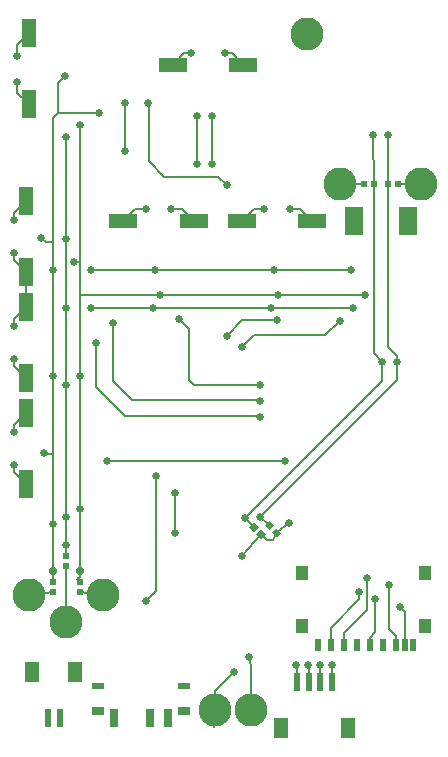
<source format=gbl>
G75*
G70*
%OFA0B0*%
%FSLAX24Y24*%
%IPPOS*%
%LPD*%
%AMOC8*
5,1,8,0,0,1.08239X$1,22.5*
%
%ADD10R,0.0512X0.0945*%
%ADD11R,0.0276X0.0591*%
%ADD12R,0.0394X0.0236*%
%ADD13R,0.0394X0.0315*%
%ADD14R,0.0591X0.0945*%
%ADD15R,0.0236X0.0217*%
%ADD16C,0.1100*%
%ADD17R,0.0945X0.0512*%
%ADD18R,0.0197X0.0394*%
%ADD19R,0.0413X0.0472*%
%ADD20R,0.0217X0.0236*%
%ADD21R,0.0236X0.0591*%
%ADD22R,0.0472X0.0709*%
%ADD23C,0.0060*%
%ADD24C,0.0250*%
%ADD25C,0.0280*%
D10*
X002662Y015348D03*
X002662Y017710D03*
X002662Y018888D03*
X002662Y021250D03*
X002662Y022428D03*
X002662Y024790D03*
X002762Y028013D03*
X002762Y030375D03*
D11*
X005606Y007540D03*
X006787Y007540D03*
X007378Y007540D03*
D12*
X007929Y008622D03*
X005055Y008622D03*
D13*
X005055Y007796D03*
X007929Y007796D03*
D14*
X013587Y024109D03*
X015398Y024109D03*
D15*
X015070Y025359D03*
X014735Y025359D03*
X014243Y025359D03*
X013908Y025359D03*
G36*
X010781Y013818D02*
X010615Y013984D01*
X010767Y014136D01*
X010933Y013970D01*
X010781Y013818D01*
G37*
G36*
X011018Y013581D02*
X010852Y013747D01*
X011004Y013899D01*
X011170Y013733D01*
X011018Y013581D01*
G37*
G36*
X010498Y013531D02*
X010332Y013697D01*
X010484Y013849D01*
X010650Y013683D01*
X010498Y013531D01*
G37*
G36*
X010261Y013768D02*
X010095Y013934D01*
X010247Y014086D01*
X010413Y013920D01*
X010261Y013768D01*
G37*
D16*
X005222Y011664D03*
X003992Y010759D03*
X002762Y011664D03*
X008941Y007809D03*
X010171Y007809D03*
X013134Y025359D03*
X015834Y025359D03*
X012032Y030349D03*
D17*
X009903Y029319D03*
X007541Y029319D03*
X008253Y024109D03*
X009841Y024109D03*
X012203Y024109D03*
X005891Y024109D03*
D18*
X012386Y009987D03*
X012820Y009987D03*
X013253Y009987D03*
X013686Y009987D03*
X014119Y009987D03*
X014552Y009987D03*
X014985Y009987D03*
X015284Y009987D03*
X015560Y009987D03*
D19*
X015959Y010620D03*
X015959Y012372D03*
X011845Y012372D03*
X011845Y010620D03*
D20*
X004442Y011751D03*
X004442Y012086D03*
X003992Y012621D03*
X003992Y012956D03*
X003542Y012086D03*
X003542Y011751D03*
D21*
X003385Y007553D03*
X003779Y007553D03*
X011682Y008744D03*
X012075Y008744D03*
X012469Y008744D03*
X012863Y008744D03*
D22*
X013375Y007209D03*
X011170Y007209D03*
X004291Y009089D03*
X002874Y009089D03*
D23*
X003992Y010759D02*
X003992Y012621D01*
X003992Y012956D02*
X003992Y013309D01*
X003992Y014269D01*
X003992Y018659D01*
X003992Y021229D01*
X003992Y023509D01*
X003992Y026919D01*
X004442Y027329D02*
X004442Y022719D01*
X004392Y022769D01*
X004272Y022769D01*
X004442Y022719D02*
X004442Y021669D01*
X007112Y021669D01*
X011072Y021669D01*
X013962Y021669D01*
X013552Y021229D02*
X010832Y021229D01*
X006882Y021229D01*
X004812Y021229D01*
X004442Y021669D02*
X004442Y018939D01*
X004442Y014529D01*
X004442Y012439D01*
X004442Y012265D01*
X004366Y012189D01*
X004428Y012189D01*
X004442Y012086D01*
X004442Y011751D02*
X005222Y011663D01*
X005222Y011664D01*
X006672Y011459D02*
X007002Y011789D01*
X007002Y015609D01*
X007612Y015039D02*
X007612Y013719D01*
X009872Y012949D02*
X009874Y012949D01*
X010491Y013690D01*
X010692Y013489D01*
X010884Y013489D01*
X011011Y013740D01*
X011432Y014037D01*
X011432Y014039D01*
X010774Y013977D02*
X010472Y014269D01*
X015025Y018829D01*
X015025Y019433D01*
X015025Y019616D01*
X014735Y019906D01*
X014735Y025359D01*
X014725Y026979D01*
X014233Y026979D02*
X014243Y025359D01*
X014243Y019722D01*
X014532Y019433D01*
X014532Y018779D01*
X009970Y014216D01*
X009970Y014216D01*
X010254Y013927D01*
X011302Y016135D02*
X005372Y016135D01*
X005952Y017609D02*
X004982Y018579D01*
X004982Y020069D01*
X005562Y020709D02*
X005562Y018779D01*
X006202Y018139D01*
X010432Y018139D01*
X010462Y018109D01*
X010442Y017609D02*
X005952Y017609D01*
X008092Y018809D02*
X008092Y020529D01*
X007762Y020859D01*
X006972Y022493D02*
X010922Y022493D01*
X013482Y022493D01*
X013112Y020789D02*
X012632Y020309D01*
X010242Y020309D01*
X009842Y019909D01*
X009342Y020299D02*
X009852Y020809D01*
X011032Y020809D01*
X010462Y018639D02*
X008262Y018639D01*
X008092Y018809D01*
X010442Y017609D02*
X010462Y017579D01*
X006972Y022493D02*
X004812Y022493D01*
X003992Y022169D02*
X003992Y021229D01*
X003542Y022493D02*
X003542Y023409D01*
X003332Y023409D01*
X003172Y023569D01*
X003542Y023409D02*
X003542Y027549D01*
X003722Y027733D01*
X005107Y027733D01*
X005962Y028059D02*
X005962Y026469D01*
X006762Y026109D02*
X007272Y025599D01*
X009052Y025599D01*
X009342Y025309D01*
X008842Y026009D02*
X008842Y027635D01*
X008342Y027635D02*
X008342Y026009D01*
X007853Y024509D02*
X007492Y024509D01*
X007853Y024509D02*
X008253Y024109D01*
X009841Y024109D02*
X010241Y024509D01*
X010602Y024509D01*
X011442Y024509D02*
X011803Y024509D01*
X012203Y024109D01*
X013134Y025359D02*
X013908Y025359D01*
X015070Y025359D02*
X015834Y025359D01*
X009903Y029319D02*
X009513Y029709D01*
X009282Y029709D01*
X008172Y029709D02*
X007931Y029709D01*
X007541Y029319D01*
X006732Y028059D02*
X006762Y028029D01*
X006762Y026109D01*
X006652Y024509D02*
X006291Y024509D01*
X005891Y024109D01*
X003542Y022493D02*
X003542Y018939D01*
X003542Y016339D01*
X003302Y016339D01*
X003252Y016389D01*
X003542Y016339D02*
X003542Y014019D01*
X003542Y012439D01*
X003542Y012086D01*
X003542Y011751D02*
X002762Y011664D01*
X002662Y015348D02*
X002272Y015738D01*
X002272Y015979D01*
X002272Y017079D02*
X002272Y017320D01*
X002662Y017710D01*
X002662Y018888D02*
X002272Y019278D01*
X002272Y019519D01*
X002272Y020619D02*
X002272Y020860D01*
X002662Y021250D01*
X002662Y022428D01*
X002272Y022818D01*
X002272Y023059D01*
X002272Y024159D02*
X002272Y024400D01*
X002662Y024790D01*
X003722Y027733D02*
X003722Y028709D01*
X003962Y028949D01*
X002762Y028013D02*
X002372Y028403D01*
X002372Y028759D01*
X002372Y029619D02*
X002372Y029985D01*
X002762Y030375D01*
X014012Y012211D02*
X014012Y011159D01*
X013253Y010399D01*
X013253Y009987D01*
X012820Y009987D02*
X012820Y010566D01*
X013772Y011519D01*
X013772Y011739D01*
X014292Y011506D02*
X014292Y010409D01*
X014119Y010235D01*
X014119Y009987D01*
X014752Y010529D02*
X014752Y011963D01*
X014762Y011973D01*
X015112Y011268D02*
X015284Y011096D01*
X015284Y009987D01*
X014985Y009987D02*
X014985Y010296D01*
X014752Y010529D01*
X012863Y009299D02*
X012863Y008744D01*
X012469Y008744D02*
X012469Y009305D01*
X012472Y009309D01*
X012075Y009305D02*
X012072Y009309D01*
X012075Y009305D02*
X012075Y008744D01*
X011682Y008744D02*
X011682Y009299D01*
X011672Y009309D01*
X010171Y009289D02*
X010171Y007809D01*
X008941Y007809D02*
X008922Y007268D01*
X008941Y007809D02*
X008941Y008448D01*
X009592Y009099D01*
X010171Y009289D02*
X010082Y009599D01*
D24*
X010082Y009599D03*
X009592Y009099D03*
X011672Y009309D03*
X012072Y009309D03*
X012472Y009309D03*
X012872Y009309D03*
X014292Y011506D03*
X013772Y011739D03*
X014012Y012211D03*
X014762Y011973D03*
X015112Y011268D03*
X011432Y014039D03*
X010472Y014269D03*
X009970Y014216D03*
X009872Y012949D03*
X007612Y013719D03*
X007612Y015039D03*
X007002Y015609D03*
X005372Y016135D03*
X004442Y014529D03*
X003992Y014269D03*
X003542Y014019D03*
X003992Y013309D03*
X002272Y015979D03*
X003252Y016389D03*
X002272Y017079D03*
X003542Y018939D03*
X003992Y018659D03*
X004442Y018939D03*
X004982Y020069D03*
X005562Y020709D03*
X004812Y021229D03*
X003992Y021229D03*
X003542Y022493D03*
X004272Y022769D03*
X004812Y022493D03*
X003992Y023509D03*
X003172Y023569D03*
X002272Y023059D03*
X002272Y024159D03*
X003992Y026919D03*
X004442Y027329D03*
X005107Y027733D03*
X005962Y028059D03*
X006732Y028059D03*
X005962Y026469D03*
X006652Y024509D03*
X007492Y024509D03*
X008342Y026009D03*
X008842Y026009D03*
X009342Y025309D03*
X010602Y024509D03*
X011442Y024509D03*
X010922Y022493D03*
X011072Y021669D03*
X010832Y021229D03*
X011032Y020809D03*
X009842Y019909D03*
X009342Y020299D03*
X010462Y018639D03*
X010462Y018109D03*
X010462Y017579D03*
X011302Y016135D03*
X014532Y019433D03*
X015025Y019433D03*
X013552Y021229D03*
X013112Y020789D03*
X013962Y021669D03*
X013482Y022493D03*
X014233Y026979D03*
X014725Y026979D03*
X009282Y029709D03*
X008172Y029709D03*
X008342Y027635D03*
X008842Y027635D03*
X006972Y022493D03*
X007112Y021669D03*
X006882Y021229D03*
X007762Y020859D03*
X002272Y020619D03*
X002272Y019519D03*
X006672Y011459D03*
X002372Y028759D03*
X002372Y029619D03*
X003962Y028949D03*
D25*
X003542Y012439D03*
X004442Y012439D03*
M02*

</source>
